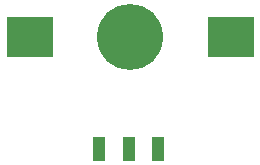
<source format=gbr>
G04 #@! TF.GenerationSoftware,KiCad,Pcbnew,(5.1.5)-3*
G04 #@! TF.CreationDate,2020-05-09T20:06:52-07:00*
G04 #@! TF.ProjectId,Rosie_SMD,526f7369-655f-4534-9d44-2e6b69636164,Version A2*
G04 #@! TF.SameCoordinates,Original*
G04 #@! TF.FileFunction,Paste,Bot*
G04 #@! TF.FilePolarity,Positive*
%FSLAX46Y46*%
G04 Gerber Fmt 4.6, Leading zero omitted, Abs format (unit mm)*
G04 Created by KiCad (PCBNEW (5.1.5)-3) date 2020-05-09 20:06:52*
%MOMM*%
%LPD*%
G04 APERTURE LIST*
%ADD10R,4.000000X3.500001*%
%ADD11C,5.588000*%
%ADD12R,1.000000X2.000000*%
G04 APERTURE END LIST*
D10*
X109991201Y-99827201D03*
X127009201Y-99827201D03*
D11*
X118500201Y-99827201D03*
D12*
X118364000Y-109314000D03*
X120864000Y-109314000D03*
X115864000Y-109314000D03*
M02*

</source>
